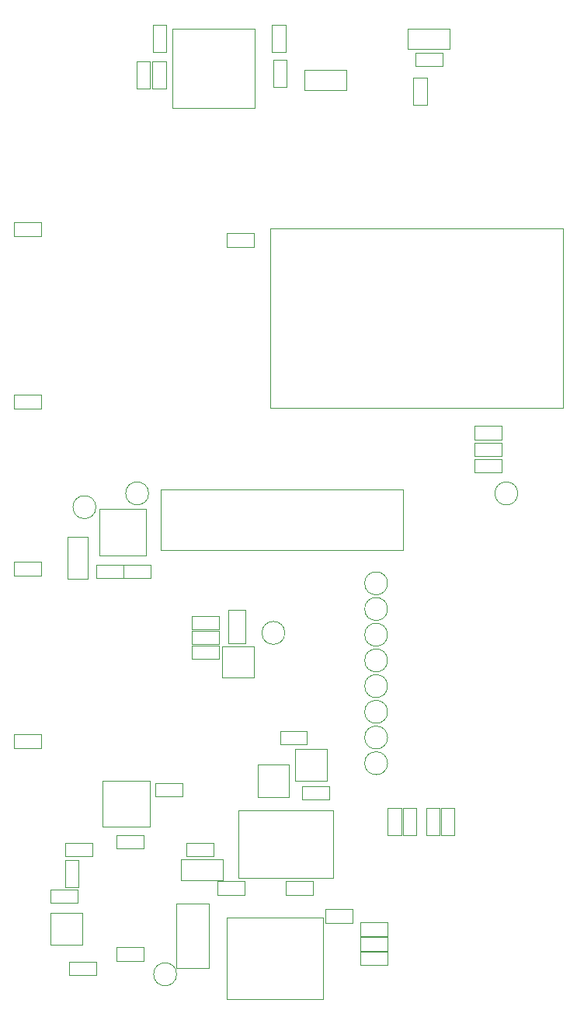
<source format=gbr>
%TF.GenerationSoftware,KiCad,Pcbnew,(5.1.6-0-10_14)*%
%TF.CreationDate,2021-01-05T22:04:13+01:00*%
%TF.ProjectId,ecsc21-badge,65637363-3231-42d6-9261-6467652e6b69,rev?*%
%TF.SameCoordinates,PX5c07920PY8b3c880*%
%TF.FileFunction,Other,User*%
%FSLAX46Y46*%
G04 Gerber Fmt 4.6, Leading zero omitted, Abs format (unit mm)*
G04 Created by KiCad (PCBNEW (5.1.6-0-10_14)) date 2021-01-05 22:04:13*
%MOMM*%
%LPD*%
G01*
G04 APERTURE LIST*
%ADD10C,0.050000*%
G04 APERTURE END LIST*
D10*
%TO.C,D6*%
X43180000Y-2930000D02*
X43180000Y-1470000D01*
X43180000Y-1470000D02*
X40220000Y-1470000D01*
X40220000Y-1470000D02*
X40220000Y-2930000D01*
X40220000Y-2930000D02*
X43180000Y-2930000D01*
%TO.C,D5*%
X40207500Y10730000D02*
X40207500Y9270000D01*
X40207500Y9270000D02*
X43167500Y9270000D01*
X43167500Y9270000D02*
X43167500Y10730000D01*
X43167500Y10730000D02*
X40207500Y10730000D01*
%TO.C,J4*%
X45030000Y41800000D02*
X45030000Y48450000D01*
X45030000Y48450000D02*
X71470000Y48450000D01*
X71470000Y48450000D02*
X71470000Y41800000D01*
X71470000Y41800000D02*
X45030000Y41800000D01*
%TO.C,R29*%
X74030000Y90320000D02*
X74030000Y93280000D01*
X72570000Y90320000D02*
X74030000Y90320000D01*
X72570000Y93280000D02*
X72570000Y90320000D01*
X74030000Y93280000D02*
X72570000Y93280000D01*
%TO.C,R28*%
X57170000Y99080000D02*
X57170000Y96120000D01*
X58630000Y99080000D02*
X57170000Y99080000D01*
X58630000Y96120000D02*
X58630000Y99080000D01*
X57170000Y96120000D02*
X58630000Y96120000D01*
%TO.C,R27*%
X37980000Y-4530000D02*
X37980000Y-3070000D01*
X37980000Y-3070000D02*
X35020000Y-3070000D01*
X35020000Y-3070000D02*
X35020000Y-4530000D01*
X35020000Y-4530000D02*
X37980000Y-4530000D01*
%TO.C,R12*%
X36030000Y8080000D02*
X34570000Y8080000D01*
X34570000Y8080000D02*
X34570000Y5120000D01*
X34570000Y5120000D02*
X36030000Y5120000D01*
X36030000Y5120000D02*
X36030000Y8080000D01*
%TO.C,R21*%
X58730000Y95280000D02*
X57270000Y95280000D01*
X57270000Y95280000D02*
X57270000Y92320000D01*
X57270000Y92320000D02*
X58730000Y92320000D01*
X58730000Y92320000D02*
X58730000Y95280000D01*
%TO.C,U2*%
X88900000Y57350000D02*
X88900000Y76850000D01*
X57000000Y76850000D02*
X88900000Y76850000D01*
X57000000Y57350000D02*
X57000000Y76850000D01*
X88900000Y57350000D02*
X57000000Y57350000D01*
%TO.C,R26*%
X35990000Y4815000D02*
X33030000Y4815000D01*
X35990000Y3355000D02*
X35990000Y4815000D01*
X33030000Y3355000D02*
X35990000Y3355000D01*
X33030000Y4815000D02*
X33030000Y3355000D01*
%TO.C,Q1*%
X33030000Y2305000D02*
X33030000Y-1195000D01*
X36430000Y2305000D02*
X33030000Y2305000D01*
X36430000Y-1195000D02*
X36430000Y2305000D01*
X33030000Y-1195000D02*
X36430000Y-1195000D01*
%TO.C,D4*%
X71970000Y96430000D02*
X76530000Y96430000D01*
X71970000Y98670000D02*
X71970000Y96430000D01*
X76530000Y98670000D02*
X71970000Y98670000D01*
X76530000Y96430000D02*
X76530000Y98670000D01*
%TO.C,R25*%
X72770000Y94570000D02*
X75730000Y94570000D01*
X72770000Y96030000D02*
X72770000Y94570000D01*
X75730000Y96030000D02*
X72770000Y96030000D01*
X75730000Y94570000D02*
X75730000Y96030000D01*
%TO.C,R24*%
X45630000Y96120000D02*
X45630000Y99080000D01*
X44170000Y96120000D02*
X45630000Y96120000D01*
X44170000Y99080000D02*
X44170000Y96120000D01*
X45630000Y99080000D02*
X44170000Y99080000D01*
%TO.C,C11*%
X65280000Y94170000D02*
X60720000Y94170000D01*
X65280000Y91930000D02*
X65280000Y94170000D01*
X60720000Y91930000D02*
X65280000Y91930000D01*
X60720000Y94170000D02*
X60720000Y91930000D01*
%TO.C,C6*%
X37070000Y43280000D02*
X34830000Y43280000D01*
X34830000Y43280000D02*
X34830000Y38720000D01*
X34830000Y38720000D02*
X37070000Y38720000D01*
X37070000Y38720000D02*
X37070000Y43280000D01*
%TO.C,TP13*%
X46750000Y-4400000D02*
G75*
G03*
X46750000Y-4400000I-1250000J0D01*
G01*
%TO.C,TP12*%
X83950000Y48000000D02*
G75*
G03*
X83950000Y48000000I-1250000J0D01*
G01*
%TO.C,TP11*%
X69750000Y21400000D02*
G75*
G03*
X69750000Y21400000I-1250000J0D01*
G01*
%TO.C,TP10*%
X69750000Y24200000D02*
G75*
G03*
X69750000Y24200000I-1250000J0D01*
G01*
%TO.C,TP9*%
X69750000Y27000000D02*
G75*
G03*
X69750000Y27000000I-1250000J0D01*
G01*
%TO.C,TP8*%
X69750000Y29800000D02*
G75*
G03*
X69750000Y29800000I-1250000J0D01*
G01*
%TO.C,TP7*%
X69750000Y32600000D02*
G75*
G03*
X69750000Y32600000I-1250000J0D01*
G01*
%TO.C,TP6*%
X69750000Y35400000D02*
G75*
G03*
X69750000Y35400000I-1250000J0D01*
G01*
%TO.C,TP5*%
X69750000Y38200000D02*
G75*
G03*
X69750000Y38200000I-1250000J0D01*
G01*
%TO.C,TP4*%
X69750000Y18600000D02*
G75*
G03*
X69750000Y18600000I-1250000J0D01*
G01*
%TO.C,TP3*%
X58550000Y32800000D02*
G75*
G03*
X58550000Y32800000I-1250000J0D01*
G01*
%TO.C,TP2*%
X43700000Y48000000D02*
G75*
G03*
X43700000Y48000000I-1250000J0D01*
G01*
%TO.C,TP1*%
X37950000Y46500000D02*
G75*
G03*
X37950000Y46500000I-1250000J0D01*
G01*
%TO.C,R9*%
X51330000Y31570000D02*
X51330000Y33030000D01*
X51330000Y33030000D02*
X48370000Y33030000D01*
X48370000Y33030000D02*
X48370000Y31570000D01*
X48370000Y31570000D02*
X51330000Y31570000D01*
%TO.C,R6*%
X51330000Y33170000D02*
X51330000Y34630000D01*
X51330000Y34630000D02*
X48370000Y34630000D01*
X48370000Y34630000D02*
X48370000Y33170000D01*
X48370000Y33170000D02*
X51330000Y33170000D01*
%TO.C,R4*%
X51330000Y29970000D02*
X51330000Y31430000D01*
X51330000Y31430000D02*
X48370000Y31430000D01*
X48370000Y31430000D02*
X48370000Y29970000D01*
X48370000Y29970000D02*
X51330000Y29970000D01*
%TO.C,U4*%
X43420000Y41270000D02*
X43420000Y46270000D01*
X43420000Y41270000D02*
X38320000Y41270000D01*
X38320000Y46270000D02*
X43420000Y46270000D01*
X38320000Y46270000D02*
X38320000Y41270000D01*
%TO.C,R1*%
X54270000Y31630000D02*
X54270000Y35330000D01*
X52370000Y31630000D02*
X54270000Y31630000D01*
X52370000Y35330000D02*
X52370000Y31630000D01*
X54270000Y35330000D02*
X52370000Y35330000D01*
%TO.C,C10*%
X40930000Y40230000D02*
X37970000Y40230000D01*
X40930000Y38770000D02*
X40930000Y40230000D01*
X37970000Y38770000D02*
X40930000Y38770000D01*
X37970000Y40230000D02*
X37970000Y38770000D01*
%TO.C,C9*%
X43930000Y40230000D02*
X40970000Y40230000D01*
X43930000Y38770000D02*
X43930000Y40230000D01*
X40970000Y38770000D02*
X43930000Y38770000D01*
X40970000Y40230000D02*
X40970000Y38770000D01*
%TO.C,J3*%
X62720000Y-7140000D02*
X52180000Y-7140000D01*
X62720000Y1790000D02*
X62720000Y-7140000D01*
X52180000Y1790000D02*
X62720000Y1790000D01*
X52180000Y-7140000D02*
X52180000Y1790000D01*
%TO.C,U3*%
X63850000Y13500000D02*
X63850000Y6100000D01*
X53450000Y13500000D02*
X63850000Y13500000D01*
X53450000Y6100000D02*
X53450000Y13500000D01*
X63850000Y6100000D02*
X53450000Y6100000D01*
%TO.C,U1*%
X43800000Y11700000D02*
X43800000Y16700000D01*
X43800000Y11700000D02*
X38700000Y11700000D01*
X38700000Y16700000D02*
X43800000Y16700000D01*
X38700000Y16700000D02*
X38700000Y11700000D01*
%TO.C,R23*%
X62970000Y1220000D02*
X65930000Y1220000D01*
X62970000Y2680000D02*
X62970000Y1220000D01*
X65930000Y2680000D02*
X62970000Y2680000D01*
X65930000Y1220000D02*
X65930000Y2680000D01*
%TO.C,R22*%
X54180000Y5730000D02*
X51220000Y5730000D01*
X54180000Y4270000D02*
X54180000Y5730000D01*
X51220000Y4270000D02*
X54180000Y4270000D01*
X51220000Y5730000D02*
X51220000Y4270000D01*
%TO.C,R20*%
X75420000Y10720000D02*
X75420000Y13680000D01*
X73960000Y10720000D02*
X75420000Y10720000D01*
X73960000Y13680000D02*
X73960000Y10720000D01*
X75420000Y13680000D02*
X73960000Y13680000D01*
%TO.C,R19*%
X69770000Y13680000D02*
X69770000Y10720000D01*
X71230000Y13680000D02*
X69770000Y13680000D01*
X71230000Y10720000D02*
X71230000Y13680000D01*
X69770000Y10720000D02*
X71230000Y10720000D01*
%TO.C,R18*%
X60450000Y14630000D02*
X63410000Y14630000D01*
X60450000Y16090000D02*
X60450000Y14630000D01*
X63410000Y16090000D02*
X60450000Y16090000D01*
X63410000Y14630000D02*
X63410000Y16090000D01*
%TO.C,R17*%
X58020000Y20670000D02*
X60980000Y20670000D01*
X58020000Y22130000D02*
X58020000Y20670000D01*
X60980000Y22130000D02*
X58020000Y22130000D01*
X60980000Y20670000D02*
X60980000Y22130000D01*
%TO.C,R16*%
X69780000Y-370000D02*
X66820000Y-370000D01*
X69780000Y-1830000D02*
X69780000Y-370000D01*
X66820000Y-1830000D02*
X69780000Y-1830000D01*
X66820000Y-370000D02*
X66820000Y-1830000D01*
%TO.C,R15*%
X66820000Y-3430000D02*
X69780000Y-3430000D01*
X66820000Y-1970000D02*
X66820000Y-3430000D01*
X69780000Y-1970000D02*
X66820000Y-1970000D01*
X69780000Y-3430000D02*
X69780000Y-1970000D01*
%TO.C,R14*%
X29020000Y20270000D02*
X31980000Y20270000D01*
X29020000Y21730000D02*
X29020000Y20270000D01*
X31980000Y21730000D02*
X29020000Y21730000D01*
X31980000Y20270000D02*
X31980000Y21730000D01*
%TO.C,R13*%
X29020000Y39070000D02*
X31980000Y39070000D01*
X29020000Y40530000D02*
X29020000Y39070000D01*
X31980000Y40530000D02*
X29020000Y40530000D01*
X31980000Y39070000D02*
X31980000Y40530000D01*
%TO.C,R11*%
X29020000Y76070000D02*
X31980000Y76070000D01*
X29020000Y77530000D02*
X29020000Y76070000D01*
X31980000Y77530000D02*
X29020000Y77530000D01*
X31980000Y76070000D02*
X31980000Y77530000D01*
%TO.C,R10*%
X34620000Y8470000D02*
X37580000Y8470000D01*
X34620000Y9930000D02*
X34620000Y8470000D01*
X37580000Y9930000D02*
X34620000Y9930000D01*
X37580000Y8470000D02*
X37580000Y9930000D01*
%TO.C,R8*%
X43830000Y95080000D02*
X42370000Y95080000D01*
X42370000Y95080000D02*
X42370000Y92120000D01*
X42370000Y92120000D02*
X43830000Y92120000D01*
X43830000Y92120000D02*
X43830000Y95080000D01*
%TO.C,R7*%
X45590000Y95080000D02*
X44130000Y95080000D01*
X44130000Y95080000D02*
X44130000Y92120000D01*
X44130000Y92120000D02*
X45590000Y92120000D01*
X45590000Y92120000D02*
X45590000Y95080000D01*
%TO.C,R5*%
X55180000Y76330000D02*
X52220000Y76330000D01*
X55180000Y74870000D02*
X55180000Y76330000D01*
X52220000Y74870000D02*
X55180000Y74870000D01*
X52220000Y76330000D02*
X52220000Y74870000D01*
%TO.C,R3*%
X29020000Y57270000D02*
X31980000Y57270000D01*
X29020000Y58730000D02*
X29020000Y57270000D01*
X31980000Y58730000D02*
X29020000Y58730000D01*
X31980000Y57270000D02*
X31980000Y58730000D01*
%TO.C,R2*%
X82180000Y51730000D02*
X79220000Y51730000D01*
X82180000Y50270000D02*
X82180000Y51730000D01*
X79220000Y50270000D02*
X82180000Y50270000D01*
X79220000Y51730000D02*
X79220000Y50270000D01*
%TO.C,Q5*%
X63100000Y16650000D02*
X63100000Y20150000D01*
X59700000Y16650000D02*
X63100000Y16650000D01*
X59700000Y20150000D02*
X59700000Y16650000D01*
X63100000Y20150000D02*
X59700000Y20150000D01*
%TO.C,Q4*%
X59010000Y14940000D02*
X59010000Y18440000D01*
X55610000Y14940000D02*
X59010000Y14940000D01*
X55610000Y18440000D02*
X55610000Y14940000D01*
X59010000Y18440000D02*
X55610000Y18440000D01*
%TO.C,Q3*%
X51700000Y27900000D02*
X55200000Y27900000D01*
X51700000Y31300000D02*
X51700000Y27900000D01*
X55200000Y31300000D02*
X51700000Y31300000D01*
X55200000Y27900000D02*
X55200000Y31300000D01*
%TO.C,J2*%
X55300000Y98650000D02*
X46250000Y98650000D01*
X46250000Y98650000D02*
X46250000Y90000000D01*
X46250000Y90000000D02*
X55300000Y90000000D01*
X55300000Y90000000D02*
X55300000Y98650000D01*
%TO.C,D3*%
X77030000Y10720000D02*
X77030000Y13680000D01*
X75570000Y10720000D02*
X77030000Y10720000D01*
X75570000Y13680000D02*
X75570000Y10720000D01*
X77030000Y13680000D02*
X75570000Y13680000D01*
%TO.C,D2*%
X72910000Y10720000D02*
X72910000Y13680000D01*
X71450000Y10720000D02*
X72910000Y10720000D01*
X71450000Y13680000D02*
X71450000Y10720000D01*
X72910000Y13680000D02*
X71450000Y13680000D01*
%TO.C,D1*%
X50250000Y3300000D02*
X46750000Y3300000D01*
X50250000Y-3700000D02*
X50250000Y3300000D01*
X46750000Y-3700000D02*
X50250000Y-3700000D01*
X46750000Y3300000D02*
X46750000Y-3700000D01*
%TO.C,C8*%
X58632500Y4270000D02*
X61592500Y4270000D01*
X58632500Y5730000D02*
X58632500Y4270000D01*
X61592500Y5730000D02*
X58632500Y5730000D01*
X61592500Y4270000D02*
X61592500Y5730000D01*
%TO.C,C7*%
X66820000Y-230000D02*
X69780000Y-230000D01*
X66820000Y1230000D02*
X66820000Y-230000D01*
X69780000Y1230000D02*
X66820000Y1230000D01*
X69780000Y-230000D02*
X69780000Y1230000D01*
%TO.C,C5*%
X51780000Y8120000D02*
X47220000Y8120000D01*
X51780000Y5880000D02*
X51780000Y8120000D01*
X47220000Y5880000D02*
X51780000Y5880000D01*
X47220000Y8120000D02*
X47220000Y5880000D01*
%TO.C,C4*%
X44440000Y14980000D02*
X47400000Y14980000D01*
X44440000Y16440000D02*
X44440000Y14980000D01*
X47400000Y16440000D02*
X44440000Y16440000D01*
X47400000Y14980000D02*
X47400000Y16440000D01*
%TO.C,C3*%
X47820000Y8470000D02*
X50780000Y8470000D01*
X47820000Y9930000D02*
X47820000Y8470000D01*
X50780000Y9930000D02*
X47820000Y9930000D01*
X50780000Y8470000D02*
X50780000Y9930000D01*
%TO.C,C2*%
X82180000Y55330000D02*
X79220000Y55330000D01*
X82180000Y53870000D02*
X82180000Y55330000D01*
X79220000Y53870000D02*
X82180000Y53870000D01*
X79220000Y55330000D02*
X79220000Y53870000D01*
%TO.C,C1*%
X82180000Y53530000D02*
X79220000Y53530000D01*
X82180000Y52070000D02*
X82180000Y53530000D01*
X79220000Y52070000D02*
X82180000Y52070000D01*
X79220000Y53530000D02*
X79220000Y52070000D01*
%TD*%
M02*

</source>
